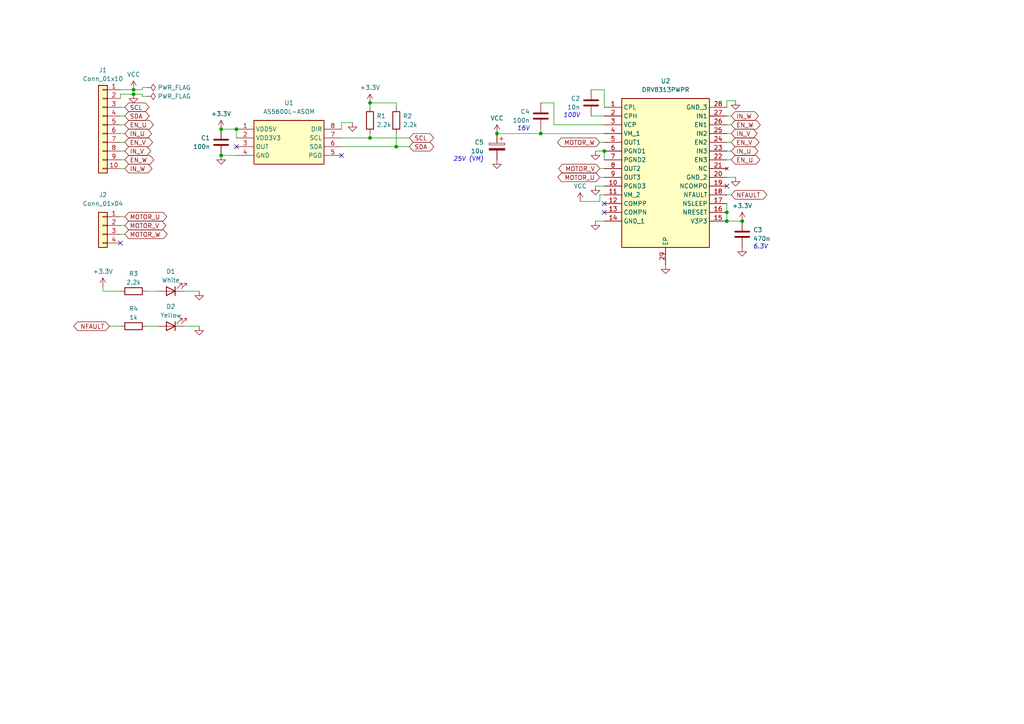
<source format=kicad_sch>
(kicad_sch (version 20230121) (generator eeschema)
  (paper "A4")
  (lib_symbols
    (symbol "Clouds_symbols:AS5600L-ASOM"
      (property "Reference" "U" (at 26.67 7.62 0))
      (property "Value" "AS5600L-ASOM" (at 26.67 5.08 0))
      (symbol "AS5600L-ASOM_1_1"
        (rectangle (start 5.08 2.54) (end 25.4 -10.16) (stroke (width 0.254)) (fill (type background)))
        (pin passive line (at 0 0 0) (length 5.08) (name "VDD5V") (number "1"))
        (pin passive line (at 0 -2.54 0) (length 5.08) (name "VDD3V3") (number "2"))
        (pin passive line (at 0 -5.08 0) (length 5.08) (name "OUT") (number "3"))
        (pin passive line (at 0 -7.62 0) (length 5.08) (name "GND") (number "4"))
        (pin passive line (at 30.48 -7.62 180) (length 5.08) (name "PGO") (number "5"))
        (pin passive line (at 30.48 -5.08 180) (length 5.08) (name "SDA") (number "6"))
        (pin passive line (at 30.48 -2.54 180) (length 5.08) (name "SCL") (number "7"))
        (pin passive line (at 30.48 0 180) (length 5.08) (name "DIR") (number "8"))
      )
    )
    (symbol "Clouds_symbols:DRV8313PWPR"
      (property "Reference" "U" (at 31.75 7.62 0))
      (property "Value" "DRV8313PWPR" (at 31.75 5.08 0))
      (symbol "DRV8313PWPR_1_1"
        (rectangle (start 5.08 2.54) (end 30.48 -40.64) (stroke (width 0.254)) (fill (type background)))
        (pin passive line (at 0 0 0) (length 5.08) (name "CPL") (number "1"))
        (pin passive line (at 0 -22.86 0) (length 5.08) (name "PGND3") (number "10"))
        (pin passive line (at 0 -25.4 0) (length 5.08) (name "VM_2") (number "11"))
        (pin passive line (at 0 -27.94 0) (length 5.08) (name "COMPP") (number "12"))
        (pin passive line (at 0 -30.48 0) (length 5.08) (name "COMPN") (number "13"))
        (pin passive line (at 0 -33.02 0) (length 5.08) (name "GND_1") (number "14"))
        (pin power_out line (at 35.56 -33.02 180) (length 5.08) (name "V3P3") (number "15"))
        (pin passive line (at 35.56 -30.48 180) (length 5.08) (name "NRESET") (number "16"))
        (pin passive line (at 35.56 -27.94 180) (length 5.08) (name "NSLEEP") (number "17"))
        (pin passive line (at 35.56 -25.4 180) (length 5.08) (name "NFAULT") (number "18"))
        (pin passive line (at 35.56 -22.86 180) (length 5.08) (name "NCOMPO") (number "19"))
        (pin passive line (at 0 -2.54 0) (length 5.08) (name "CPH") (number "2"))
        (pin passive line (at 35.56 -20.32 180) (length 5.08) (name "GND_2") (number "20"))
        (pin no_connect line (at 35.56 -17.78 180) (length 5.08) (name "NC") (number "21"))
        (pin passive line (at 35.56 -15.24 180) (length 5.08) (name "EN3") (number "22"))
        (pin passive line (at 35.56 -12.7 180) (length 5.08) (name "IN3") (number "23"))
        (pin passive line (at 35.56 -10.16 180) (length 5.08) (name "EN2") (number "24"))
        (pin passive line (at 35.56 -7.62 180) (length 5.08) (name "IN2") (number "25"))
        (pin passive line (at 35.56 -5.08 180) (length 5.08) (name "EN1") (number "26"))
        (pin passive line (at 35.56 -2.54 180) (length 5.08) (name "IN1") (number "27"))
        (pin passive line (at 35.56 0 180) (length 5.08) (name "GND_3") (number "28"))
        (pin passive line (at 17.78 -45.72 90) (length 5.08) (name "EP") (number "29"))
        (pin passive line (at 0 -5.08 0) (length 5.08) (name "VCP") (number "3"))
        (pin passive line (at 0 -7.62 0) (length 5.08) (name "VM_1") (number "4"))
        (pin passive line (at 0 -10.16 0) (length 5.08) (name "OUT1") (number "5"))
        (pin passive line (at 0 -12.7 0) (length 5.08) (name "PGND1") (number "6"))
        (pin passive line (at 0 -15.24 0) (length 5.08) (name "PGND2") (number "7"))
        (pin passive line (at 0 -17.78 0) (length 5.08) (name "OUT2") (number "8"))
        (pin passive line (at 0 -20.32 0) (length 5.08) (name "OUT3") (number "9"))
      )
    )
    (symbol "Clouds_symbols:VM" (power) (pin_names (offset 0))
      (property "Value" "VM" (at 0 3.81 0))
      (symbol "VM_0_1"
        (polyline (pts (xy -0.762 1.27) (xy 0 2.54)))
        (polyline (pts (xy 0 0) (xy 0 2.54)))
        (polyline (pts (xy 0 2.54) (xy 0.762 1.27)))
      )
      (symbol "VM_1_1"
        (pin power_in line (at 0 0 90) (length 0) hide (name "VCC") (number "1"))
      )
    )
    (symbol "Connector_Generic:Conn_01x04" (pin_names (offset 1.016) hide)
      (property "Reference" "J" (at 0 5.08 0))
      (property "Value" "Conn_01x04" (at 0 -7.62 0))
      (symbol "Conn_01x04_1_1"
        (rectangle (start -1.27 -4.953) (end 0 -5.207) (stroke (width 0.1524)))
        (rectangle (start -1.27 -2.413) (end 0 -2.667) (stroke (width 0.1524)))
        (rectangle (start -1.27 0.127) (end 0 -0.127) (stroke (width 0.1524)))
        (rectangle (start -1.27 2.667) (end 0 2.413) (stroke (width 0.1524)))
        (rectangle (start -1.27 3.81) (end 1.27 -6.35) (stroke (width 0.254)) (fill (type background)))
        (pin passive line (at -5.08 2.54 0) (length 3.81) (name "Pin_1") (number "1"))
        (pin passive line (at -5.08 0 0) (length 3.81) (name "Pin_2") (number "2"))
        (pin passive line (at -5.08 -2.54 0) (length 3.81) (name "Pin_3") (number "3"))
        (pin passive line (at -5.08 -5.08 0) (length 3.81) (name "Pin_4") (number "4"))
      )
    )
    (symbol "Connector_Generic:Conn_01x10" (pin_names (offset 1.016) hide)
      (property "Reference" "J" (at 0 12.7 0))
      (property "Value" "Conn_01x10" (at 0 -15.24 0))
      (symbol "Conn_01x10_1_1"
        (rectangle (start -1.27 -12.573) (end 0 -12.827) (stroke (width 0.1524)))
        (rectangle (start -1.27 -10.033) (end 0 -10.287) (stroke (width 0.1524)))
        (rectangle (start -1.27 -7.493) (end 0 -7.747) (stroke (width 0.1524)))
        (rectangle (start -1.27 -4.953) (end 0 -5.207) (stroke (width 0.1524)))
        (rectangle (start -1.27 -2.413) (end 0 -2.667) (stroke (width 0.1524)))
        (rectangle (start -1.27 0.127) (end 0 -0.127) (stroke (width 0.1524)))
        (rectangle (start -1.27 2.667) (end 0 2.413) (stroke (width 0.1524)))
        (rectangle (start -1.27 5.207) (end 0 4.953) (stroke (width 0.1524)))
        (rectangle (start -1.27 7.747) (end 0 7.493) (stroke (width 0.1524)))
        (rectangle (start -1.27 10.287) (end 0 10.033) (stroke (width 0.1524)))
        (rectangle (start -1.27 11.43) (end 1.27 -13.97) (stroke (width 0.254)) (fill (type background)))
        (pin passive line (at -5.08 10.16 0) (length 3.81) (name "Pin_1") (number "1"))
        (pin passive line (at -5.08 -12.7 0) (length 3.81) (name "Pin_10") (number "10"))
        (pin passive line (at -5.08 7.62 0) (length 3.81) (name "Pin_2") (number "2"))
        (pin passive line (at -5.08 5.08 0) (length 3.81) (name "Pin_3") (number "3"))
        (pin passive line (at -5.08 2.54 0) (length 3.81) (name "Pin_4") (number "4"))
        (pin passive line (at -5.08 0 0) (length 3.81) (name "Pin_5") (number "5"))
        (pin passive line (at -5.08 -2.54 0) (length 3.81) (name "Pin_6") (number "6"))
        (pin passive line (at -5.08 -5.08 0) (length 3.81) (name "Pin_7") (number "7"))
        (pin passive line (at -5.08 -7.62 0) (length 3.81) (name "Pin_8") (number "8"))
        (pin passive line (at -5.08 -10.16 0) (length 3.81) (name "Pin_9") (number "9"))
      )
    )
    (symbol "Device:C" (pin_numbers hide) (pin_names (offset 0.254))
      (property "Reference" "C" (at 0.635 2.54 0))
      (property "Value" "C" (at 0.635 -2.54 0))
      (symbol "C_0_1"
        (polyline (pts (xy -2.032 -0.762) (xy 2.032 -0.762)) (stroke (width 0.508)))
        (polyline (pts (xy -2.032 0.762) (xy 2.032 0.762)) (stroke (width 0.508)))
      )
      (symbol "C_1_1"
        (pin passive line (at 0 3.81 270) (length 2.794) (name "~") (number "1"))
        (pin passive line (at 0 -3.81 90) (length 2.794) (name "~") (number "2"))
      )
    )
    (symbol "Device:C_Polarized" (pin_numbers hide) (pin_names (offset 0.254))
      (property "Reference" "C" (at 0.635 2.54 0))
      (property "Value" "C_Polarized" (at 0.635 -2.54 0))
      (symbol "C_Polarized_0_1"
        (rectangle (start -2.286 0.508) (end 2.286 1.016))
        (polyline (pts (xy -1.778 2.286) (xy -0.762 2.286)))
        (polyline (pts (xy -1.27 2.794) (xy -1.27 1.778)))
        (rectangle (start 2.286 -0.508) (end -2.286 -1.016) (fill (type outline)))
      )
      (symbol "C_Polarized_1_1"
        (pin passive line (at 0 3.81 270) (length 2.794) (name "~") (number "1"))
        (pin passive line (at 0 -3.81 90) (length 2.794) (name "~") (number "2"))
      )
    )
    (symbol "Device:LED" (pin_numbers hide) (pin_names (offset 1.016) hide)
      (property "Reference" "D" (at 0 2.54 0))
      (property "Value" "LED" (at 0 -2.54 0))
      (symbol "LED_0_1"
        (polyline (pts (xy -1.27 -1.27) (xy -1.27 1.27)) (stroke (width 0.254)))
        (polyline (pts (xy -1.27 0) (xy 1.27 0)))
        (polyline (pts (xy 1.27 -1.27) (xy 1.27 1.27) (xy -1.27 0) (xy 1.27 -1.27)) (stroke (width 0.254)))
        (polyline (pts (xy -3.048 -0.762) (xy -4.572 -2.286) (xy -3.81 -2.286) (xy -4.572 -2.286) (xy -4.572 -1.524)))
        (polyline (pts (xy -1.778 -0.762) (xy -3.302 -2.286) (xy -2.54 -2.286) (xy -3.302 -2.286) (xy -3.302 -1.524)))
      )
      (symbol "LED_1_1"
        (pin passive line (at -3.81 0 0) (length 2.54) (name "K") (number "1"))
        (pin passive line (at 3.81 0 180) (length 2.54) (name "A") (number "2"))
      )
    )
    (symbol "Device:R" (pin_numbers hide) (pin_names (offset 0))
      (property "Reference" "R" (at 2.032 0 90))
      (property "Value" "R" (at 0 0 90))
      (symbol "R_0_1"
        (rectangle (start -1.016 -2.54) (end 1.016 2.54) (stroke (width 0.254)))
      )
      (symbol "R_1_1"
        (pin passive line (at 0 3.81 270) (length 1.27) (name "~") (number "1"))
        (pin passive line (at 0 -3.81 90) (length 1.27) (name "~") (number "2"))
      )
    )
    (symbol "power:+3.3V" (power) (pin_names (offset 0))
      (property "Value" "+3.3V" (at 0 3.556 0))
      (symbol "+3.3V_0_1"
        (polyline (pts (xy -0.762 1.27) (xy 0 2.54)))
        (polyline (pts (xy 0 0) (xy 0 2.54)))
        (polyline (pts (xy 0 2.54) (xy 0.762 1.27)))
      )
      (symbol "+3.3V_1_1"
        (pin power_in line (at 0 0 90) (length 0) hide (name "+3.3V") (number "1"))
      )
    )
    (symbol "power:GND" (power) (pin_names (offset 0))
      (property "Value" "GND" (at 0 -3.81 0))
      (symbol "GND_0_1"
        (polyline (pts (xy 0 0) (xy 0 -1.27) (xy 1.27 -1.27) (xy 0 -2.54) (xy -1.27 -1.27) (xy 0 -1.27)))
      )
      (symbol "GND_1_1"
        (pin power_in line (at 0 0 270) (length 0) hide (name "GND") (number "1"))
      )
    )
    (symbol "power:PWR_FLAG" (power) (pin_numbers hide) (pin_names (offset 0) hide)
      (property "Value" "PWR_FLAG" (at 0 3.81 0))
      (symbol "PWR_FLAG_0_0"
        (pin power_out line (at 0 0 90) (length 0) (name "pwr") (number "1"))
      )
      (symbol "PWR_FLAG_0_1"
        (polyline (pts (xy 0 0) (xy 0 1.27) (xy -1.016 1.905) (xy 0 2.54) (xy 1.016 1.905) (xy 0 1.27)))
      )
    )
  )
  (junction (at 156.845 38.735))
  (junction (at 175.26 43.815))
  (junction (at 107.315 29.845))
  (junction (at 210.82 61.595))
  (junction (at 215.265 64.135))
  (junction (at 114.935 42.545))
  (junction (at 38.735 26.035))
  (junction (at 38.735 27.305))
  (junction (at 68.58 37.465))
  (junction (at 107.315 40.005))
  (junction (at 144.145 38.735))
  (junction (at 210.82 64.135))
  (junction (at 64.135 37.465))
  (junction (at 64.135 45.085))
  (no_connect (at 99.06 45.085))
  (no_connect (at 68.58 42.545))
  (no_connect (at 34.925 70.485))
  (no_connect (at 175.26 61.595))
  (no_connect (at 210.82 53.975))
  (no_connect (at 175.26 59.055))
  (wire (pts (xy 156.845 37.465) (xy 156.845 38.735)))
  (wire (pts (xy 42.545 84.455) (xy 45.72 84.455)))
  (wire (pts (xy 36.195 33.655) (xy 34.925 33.655)))
  (wire (pts (xy 41.275 26.035) (xy 38.735 26.035)))
  (wire (pts (xy 156.845 38.735) (xy 175.26 38.735)))
  (wire (pts (xy 34.925 26.035) (xy 38.735 26.035)))
  (wire (pts (xy 42.545 94.615) (xy 45.72 94.615)))
  (wire (pts (xy 36.195 36.195) (xy 34.925 36.195)))
  (wire (pts (xy 64.135 37.465) (xy 68.58 37.465)))
  (wire (pts (xy 210.82 59.055) (xy 210.82 61.595)))
  (wire (pts (xy 107.315 40.005) (xy 118.745 40.005)))
  (wire (pts (xy 36.195 46.355) (xy 34.925 46.355)))
  (wire (pts (xy 173.99 56.515) (xy 173.99 58.42)))
  (wire (pts (xy 36.195 48.895) (xy 34.925 48.895)))
  (wire (pts (xy 99.06 40.005) (xy 107.315 40.005)))
  (wire (pts (xy 36.195 38.735) (xy 34.925 38.735)))
  (wire (pts (xy 212.09 36.195) (xy 210.82 36.195)))
  (wire (pts (xy 173.99 51.435) (xy 175.26 51.435)))
  (wire (pts (xy 31.75 94.615) (xy 34.925 94.615)))
  (wire (pts (xy 107.315 29.845) (xy 107.315 31.115)))
  (wire (pts (xy 210.82 64.135) (xy 215.265 64.135)))
  (wire (pts (xy 210.82 29.21) (xy 213.36 29.21)))
  (wire (pts (xy 175.26 43.815) (xy 175.26 46.355)))
  (wire (pts (xy 99.06 37.465) (xy 99.06 35.56)))
  (wire (pts (xy 41.275 27.305) (xy 38.735 27.305)))
  (wire (pts (xy 175.26 56.515) (xy 173.99 56.515)))
  (wire (pts (xy 114.935 38.735) (xy 114.935 42.545)))
  (wire (pts (xy 36.195 67.945) (xy 34.925 67.945)))
  (wire (pts (xy 29.845 84.455) (xy 34.925 84.455)))
  (wire (pts (xy 173.99 48.895) (xy 175.26 48.895)))
  (wire (pts (xy 118.745 42.545) (xy 114.935 42.545)))
  (wire (pts (xy 210.82 61.595) (xy 210.82 64.135)))
  (wire (pts (xy 114.935 31.115) (xy 114.935 29.845)))
  (wire (pts (xy 42.545 25.4) (xy 41.275 25.4)))
  (wire (pts (xy 144.145 38.735) (xy 156.845 38.735)))
  (wire (pts (xy 171.45 33.655) (xy 175.26 33.655)))
  (wire (pts (xy 175.26 26.035) (xy 171.45 26.035)))
  (wire (pts (xy 68.58 37.465) (xy 68.58 40.005)))
  (wire (pts (xy 36.195 62.865) (xy 34.925 62.865)))
  (wire (pts (xy 107.315 38.735) (xy 107.315 40.005)))
  (wire (pts (xy 172.72 64.135) (xy 175.26 64.135)))
  (wire (pts (xy 41.275 27.94) (xy 41.275 27.305)))
  (wire (pts (xy 36.195 41.275) (xy 34.925 41.275)))
  (wire (pts (xy 42.545 27.94) (xy 41.275 27.94)))
  (wire (pts (xy 156.845 29.845) (xy 160.655 29.845)))
  (wire (pts (xy 210.82 56.515) (xy 212.09 56.515)))
  (wire (pts (xy 99.06 35.56) (xy 102.235 35.56)))
  (wire (pts (xy 210.82 29.21) (xy 210.82 31.115)))
  (wire (pts (xy 173.99 41.275) (xy 175.26 41.275)))
  (wire (pts (xy 160.655 29.845) (xy 160.655 36.195)))
  (wire (pts (xy 34.925 31.115) (xy 36.195 31.115)))
  (wire (pts (xy 53.34 94.615) (xy 57.785 94.615)))
  (wire (pts (xy 212.09 41.275) (xy 210.82 41.275)))
  (wire (pts (xy 34.925 27.305) (xy 38.735 27.305)))
  (wire (pts (xy 53.34 84.455) (xy 57.785 84.455)))
  (wire (pts (xy 36.195 43.815) (xy 34.925 43.815)))
  (wire (pts (xy 175.26 31.115) (xy 175.26 26.035)))
  (wire (pts (xy 114.935 42.545) (xy 99.06 42.545)))
  (wire (pts (xy 36.195 65.405) (xy 34.925 65.405)))
  (wire (pts (xy 213.36 51.435) (xy 210.82 51.435)))
  (wire (pts (xy 212.09 33.655) (xy 210.82 33.655)))
  (wire (pts (xy 114.935 29.845) (xy 107.315 29.845)))
  (wire (pts (xy 173.99 58.42) (xy 168.275 58.42)))
  (wire (pts (xy 41.275 25.4) (xy 41.275 26.035)))
  (wire (pts (xy 34.925 27.305) (xy 34.925 28.575)))
  (wire (pts (xy 160.655 36.195) (xy 175.26 36.195)))
  (wire (pts (xy 212.09 46.355) (xy 210.82 46.355)))
  (wire (pts (xy 212.09 43.815) (xy 210.82 43.815)))
  (wire (pts (xy 172.72 53.975) (xy 175.26 53.975)))
  (wire (pts (xy 64.135 45.085) (xy 68.58 45.085)))
  (wire (pts (xy 212.09 38.735) (xy 210.82 38.735)))
  (wire (pts (xy 172.72 43.815) (xy 175.26 43.815)))
  (wire (pts (xy 29.845 83.185) (xy 29.845 84.455)))
  (text "25V (VM)" (at 140.335 46.99 0) (effects (font (size 1.27 1.27) italic) (justify right bottom)))
  (text "16V" (at 153.67 38.1 0) (effects (font (size 1.27 1.27) italic) (justify right bottom)))
  (text "100V" (at 168.275 34.29 0) (effects (font (size 1.27 1.27) italic) (justify right bottom)))
  (text "6.3V" (at 218.44 72.39 0) (effects (font (size 1.27 1.27) italic) (justify left bottom)))
  (global_label "NFAULT" (shape bidirectional) (at 31.75 94.615 180) (property "Intersheetrefs" "${INTERSHEET_REFS}" (effects hide)))
  (global_label "EN_W" (shape bidirectional) (at 36.195 46.355 0) (property "Intersheetrefs" "${INTERSHEET_REFS}" (effects hide)))
  (global_label "IN_W" (shape bidirectional) (at 36.195 48.895 0) (property "Intersheetrefs" "${INTERSHEET_REFS}" (effects hide)))
  (global_label "EN_U" (shape bidirectional) (at 212.09 46.355 0) (property "Intersheetrefs" "${INTERSHEET_REFS}" (effects hide)))
  (global_label "EN_W" (shape bidirectional) (at 212.09 36.195 0) (property "Intersheetrefs" "${INTERSHEET_REFS}" (effects hide)))
  (global_label "MOTOR_U" (shape bidirectional) (at 36.195 62.865 0) (property "Intersheetrefs" "${INTERSHEET_REFS}" (effects hide)))
  (global_label "EN_U" (shape bidirectional) (at 36.195 36.195 0) (property "Intersheetrefs" "${INTERSHEET_REFS}" (effects hide)))
  (global_label "EN_V" (shape bidirectional) (at 36.195 41.275 0) (property "Intersheetrefs" "${INTERSHEET_REFS}" (effects hide)))
  (global_label "IN_U" (shape bidirectional) (at 212.09 43.815 0) (property "Intersheetrefs" "${INTERSHEET_REFS}" (effects hide)))
  (global_label "EN_V" (shape bidirectional) (at 212.09 41.275 0) (property "Intersheetrefs" "${INTERSHEET_REFS}" (effects hide)))
  (global_label "IN_V" (shape bidirectional) (at 212.09 38.735 0) (property "Intersheetrefs" "${INTERSHEET_REFS}" (effects hide)))
  (global_label "MOTOR_W" (shape bidirectional) (at 36.195 67.945 0) (property "Intersheetrefs" "${INTERSHEET_REFS}" (effects hide)))
  (global_label "IN_U" (shape bidirectional) (at 36.195 38.735 0) (property "Intersheetrefs" "${INTERSHEET_REFS}" (effects hide)))
  (global_label "SDA" (shape bidirectional) (at 36.195 33.655 0) (property "Intersheetrefs" "${INTERSHEET_REFS}" (effects hide)))
  (global_label "SCL" (shape bidirectional) (at 36.195 31.115 0) (property "Intersheetrefs" "${INTERSHEET_REFS}" (effects hide)))
  (global_label "SDA" (shape bidirectional) (at 118.745 42.545 0) (property "Intersheetrefs" "${INTERSHEET_REFS}" (effects hide)))
  (global_label "NFAULT" (shape bidirectional) (at 212.09 56.515 0) (property "Intersheetrefs" "${INTERSHEET_REFS}" (effects hide)))
  (global_label "MOTOR_V" (shape bidirectional) (at 173.99 48.895 180) (property "Intersheetrefs" "${INTERSHEET_REFS}" (effects hide)))
  (global_label "SCL" (shape bidirectional) (at 118.745 40.005 0) (property "Intersheetrefs" "${INTERSHEET_REFS}" (effects hide)))
  (global_label "IN_V" (shape bidirectional) (at 36.195 43.815 0) (property "Intersheetrefs" "${INTERSHEET_REFS}" (effects hide)))
  (global_label "MOTOR_U" (shape bidirectional) (at 173.99 51.435 180) (property "Intersheetrefs" "${INTERSHEET_REFS}" (effects hide)))
  (global_label "MOTOR_W" (shape bidirectional) (at 173.99 41.275 180) (property "Intersheetrefs" "${INTERSHEET_REFS}" (effects hide)))
  (global_label "IN_W" (shape bidirectional) (at 212.09 33.655 0) (property "Intersheetrefs" "${INTERSHEET_REFS}" (effects hide)))
  (global_label "MOTOR_V" (shape bidirectional) (at 36.195 65.405 0) (property "Intersheetrefs" "${INTERSHEET_REFS}" (effects hide)))
  (symbol (lib_id "power:GND") (at 57.785 94.615 0) (unit 1)
    (property "Reference" "#PWR020" (effects hide))
    (property "Value" "GND" (effects hide))
  )
  (symbol (lib_id "power:GND") (at 213.36 51.435 0) (unit 1)
    (property "Reference" "#PWR04" (effects hide))
    (property "Value" "GND" (effects hide))
  )
  (symbol (lib_id "Device:R") (at 38.735 94.615 90) (unit 1)
    (property "Reference" "R4" (at 38.735 89.535 90))
    (property "Value" "1k" (at 38.735 92.075 90))
    (property "Footprint" "Resistor_SMD:R_0603_1608Metric" (effects hide))
  )
  (symbol (lib_id "Device:C") (at 215.265 67.945 0) (mirror y) (unit 1)
    (property "Reference" "C3" (at 218.44 66.675 0) (effects (justify right)))
    (property "Value" "470n" (at 218.44 69.215 0) (effects (justify right)))
    (property "Footprint" "Capacitor_SMD:C_0603_1608Metric" (effects hide))
  )
  (symbol (lib_id "power:+3.3V") (at 29.845 83.185 0) (unit 1)
    (property "Reference" "#PWR019" (effects hide))
    (property "Value" "+3.3V" (at 29.845 78.74 0))
  )
  (symbol (lib_id "Clouds_symbols:VM") (at 168.275 58.42 0) (unit 1)
    (property "Reference" "#PWR016" (effects hide))
    (property "Value" "VM" (at 168.275 53.975 0))
  )
  (symbol (lib_id "Connector_Generic:Conn_01x10") (at 29.845 36.195 0) (mirror y) (unit 1)
    (property "Reference" "J1" (at 29.845 20.32 0))
    (property "Value" "Conn_01x10" (at 29.845 22.86 0))
    (property "Footprint" "Connector_PinHeader_2.54mm:PinHeader_1x10_P2.54mm_Vertical" (effects hide))
  )
  (symbol (lib_id "power:GND") (at 64.135 45.085 0) (unit 1)
    (property "Reference" "#PWR012" (effects hide))
    (property "Value" "GND" (effects hide))
  )
  (symbol (lib_id "Clouds_symbols:VM") (at 144.145 38.735 0) (unit 1)
    (property "Reference" "#PWR010" (effects hide))
    (property "Value" "VM" (at 144.145 34.29 0))
  )
  (symbol (lib_id "Device:C") (at 171.45 29.845 0) (unit 1)
    (property "Reference" "C2" (at 168.275 28.575 0) (effects (justify right)))
    (property "Value" "10n" (at 168.275 31.115 0) (effects (justify right)))
    (property "Footprint" "Capacitor_SMD:C_0603_1608Metric" (effects hide))
  )
  (symbol (lib_id "power:GND") (at 38.735 27.305 0) (unit 1)
    (property "Reference" "#PWR02" (effects hide))
    (property "Value" "GND" (effects hide))
  )
  (symbol (lib_id "power:GND") (at 172.72 43.815 0) (unit 1)
    (property "Reference" "#PWR07" (effects hide))
    (property "Value" "GND" (effects hide))
  )
  (symbol (lib_id "power:PWR_FLAG") (at 42.545 25.4 270) (unit 1)
    (property "Reference" "#FLG01" (effects hide))
    (property "Value" "PWR_FLAG" (at 45.72 25.4 90) (effects (justify left)))
  )
  (symbol (lib_id "Device:R") (at 114.935 34.925 0) (unit 1)
    (property "Reference" "R2" (at 116.84 33.655 0) (effects (justify left)))
    (property "Value" "2.2k" (at 116.84 36.195 0) (effects (justify left)))
    (property "Footprint" "Resistor_SMD:R_0603_1608Metric" (effects hide))
  )
  (symbol (lib_id "power:GND") (at 213.36 29.21 0) (unit 1)
    (property "Reference" "#PWR05" (effects hide))
    (property "Value" "GND" (effects hide))
  )
  (symbol (lib_id "power:GND") (at 193.04 76.835 0) (unit 1)
    (property "Reference" "#PWR017" (effects hide))
    (property "Value" "GND" (effects hide))
  )
  (symbol (lib_id "power:GND") (at 215.265 71.755 0) (unit 1)
    (property "Reference" "#PWR015" (effects hide))
    (property "Value" "GND" (effects hide))
  )
  (symbol (lib_id "Device:C_Polarized") (at 144.145 42.545 0) (mirror y) (unit 1)
    (property "Reference" "C5" (at 140.335 41.275 0) (effects (justify left)))
    (property "Value" "10u" (at 140.335 43.815 0) (effects (justify left)))
    (property "Footprint" "Capacitor_SMD:CP_Elec_5x3.9" (effects hide))
  )
  (symbol (lib_id "Clouds_symbols:VM") (at 38.735 26.035 0) (unit 1)
    (property "Reference" "#PWR01" (effects hide))
    (property "Value" "VM" (at 38.735 21.59 0))
  )
  (symbol (lib_id "power:GND") (at 102.235 35.56 0) (unit 1)
    (property "Reference" "#PWR013" (effects hide))
    (property "Value" "GND" (effects hide))
  )
  (symbol (lib_id "Device:C") (at 64.135 41.275 0) (unit 1)
    (property "Reference" "C1" (at 60.96 40.005 0) (effects (justify right)))
    (property "Value" "100n" (at 60.96 42.545 0) (effects (justify right)))
    (property "Footprint" "Capacitor_SMD:C_0603_1608Metric" (effects hide))
  )
  (symbol (lib_id "Device:R") (at 38.735 84.455 90) (unit 1)
    (property "Reference" "R3" (at 38.735 79.375 90))
    (property "Value" "2.2k" (at 38.735 81.915 90))
    (property "Footprint" "Resistor_SMD:R_0603_1608Metric" (effects hide))
  )
  (symbol (lib_id "Device:C") (at 156.845 33.655 0) (unit 1)
    (property "Reference" "C4" (at 153.67 32.385 0) (effects (justify right)))
    (property "Value" "100n" (at 153.67 34.925 0) (effects (justify right)))
    (property "Footprint" "Capacitor_SMD:C_0603_1608Metric" (effects hide))
  )
  (symbol (lib_id "Connector_Generic:Conn_01x04") (at 29.845 65.405 0) (mirror y) (unit 1)
    (property "Reference" "J2" (at 29.845 56.515 0))
    (property "Value" "Conn_01x04" (at 29.845 59.055 0))
    (property "Footprint" "Connector_PinHeader_2.54mm:PinHeader_1x04_P2.54mm_Vertical" (effects hide))
  )
  (symbol (lib_id "Clouds_symbols:AS5600L-ASOM") (at 68.58 37.465 0) (unit 1)
    (property "Reference" "U1" (at 83.82 29.845 0))
    (property "Value" "AS5600L-ASOM" (at 83.82 32.385 0))
    (property "Footprint" "Clouds_footprints:SOIC127P600X175-8N" (effects hide))
    (property "Datasheet" "https://www.mouser.com/datasheet/2/588/AS5600L_DS000545_2-00-1379746.pdf" (effects hide))
    (property "Height" "1.75" (effects hide))
    (property "Manufacturer_Name" "ams" (effects hide))
    (property "Manufacturer_Part_Number" "AS5600L-ASOM" (effects hide))
    (property "Mouser Part Number" "985-AS5600L-ASOM" (effects hide))
    (property "Mouser Price/Stock" "https://www.mouser.co.uk/ProductDetail/ams/AS5600L-ASOM?qs=%252BEew9%252B0nqrBunD4f%2FviZXA%3D%3D" (effects hide))
    (property "Arrow Part Number" "AS5600L-ASOM" (effects hide))
    (property "Arrow Price/Stock" "https://www.arrow.com/en/products/as5600l-asom/ams-ag?region=europe" (effects hide))
  )
  (symbol (lib_id "power:+3.3V") (at 107.315 29.845 0) (unit 1)
    (property "Reference" "#PWR014" (effects hide))
    (property "Value" "+3.3V" (at 107.315 25.4 0))
  )
  (symbol (lib_id "power:+3.3V") (at 215.265 64.135 0) (unit 1)
    (property "Reference" "#PWR09" (effects hide))
    (property "Value" "+3.3V" (at 215.265 59.69 0))
  )
  (symbol (lib_id "power:+3.3V") (at 64.135 37.465 0) (unit 1)
    (property "Reference" "#PWR08" (effects hide))
    (property "Value" "+3.3V" (at 64.135 33.02 0))
  )
  (symbol (lib_id "power:GND") (at 172.72 64.135 0) (unit 1)
    (property "Reference" "#PWR03" (effects hide))
    (property "Value" "GND" (effects hide))
  )
  (symbol (lib_id "Clouds_symbols:DRV8313PWPR") (at 175.26 31.115 0) (unit 1)
    (property "Reference" "U2" (at 193.04 23.495 0))
    (property "Value" "DRV8313PWPR" (at 193.04 26.035 0))
    (property "Footprint" "Clouds_footprints:SOP65P640X120-29N" (effects hide))
    (property "Datasheet" "http://www.ti.com/lit/gpn/drv8313" (effects hide))
    (property "Height" "1.2" (effects hide))
    (property "Manufacturer_Name" "Texas Instruments" (effects hide))
    (property "Manufacturer_Part_Number" "DRV8313PWPR" (effects hide))
    (property "Mouser Part Number" "595-DRV8313PWPR" (effects hide))
    (property "Mouser Price/Stock" "https://www.mouser.co.uk/ProductDetail/Texas-Instruments/DRV8313PWPR?qs=aQEsdMNF%2FMwPk4783CnTRg%3D%3D" (effects hide))
    (property "Arrow Part Number" "DRV8313PWPR" (effects hide))
    (property "Arrow Price/Stock" "https://www.arrow.com/en/products/drv8313pwpr/texas-instruments?region=nac" (effects hide))
  )
  (symbol (lib_id "power:GND") (at 144.145 46.355 0) (unit 1)
    (property "Reference" "#PWR011" (effects hide))
    (property "Value" "GND" (effects hide))
  )
  (symbol (lib_id "power:GND") (at 172.72 53.975 0) (unit 1)
    (property "Reference" "#PWR06" (effects hide))
    (property "Value" "GND" (effects hide))
  )
  (symbol (lib_id "power:PWR_FLAG") (at 42.545 27.94 270) (unit 1)
    (property "Reference" "#FLG0101" (effects hide))
    (property "Value" "PWR_FLAG" (at 45.72 27.94 90) (effects (justify left)))
  )
  (symbol (lib_id "Device:LED") (at 49.53 84.455 180) (unit 1)
    (property "Reference" "D1" (at 49.53 78.74 0))
    (property "Value" "White" (at 49.53 81.28 0))
    (property "Footprint" "LED_SMD:LED_0805_2012Metric" (effects hide))
  )
  (symbol (lib_id "Device:LED") (at 49.53 94.615 180) (unit 1)
    (property "Reference" "D2" (at 49.53 88.9 0))
    (property "Value" "Yellow" (at 49.53 91.44 0))
    (property "Footprint" "LED_SMD:LED_0805_2012Metric" (effects hide))
  )
  (symbol (lib_id "power:GND") (at 57.785 84.455 0) (unit 1)
    (property "Reference" "#PWR018" (effects hide))
    (property "Value" "GND" (effects hide))
  )
  (symbol (lib_id "Device:R") (at 107.315 34.925 0) (unit 1)
    (property "Reference" "R1" (at 109.22 33.655 0) (effects (justify left)))
    (property "Value" "2.2k" (at 109.22 36.195 0) (effects (justify left)))
    (property "Footprint" "Resistor_SMD:R_0603_1608Metric" (effects hide))
  )
)
</source>
